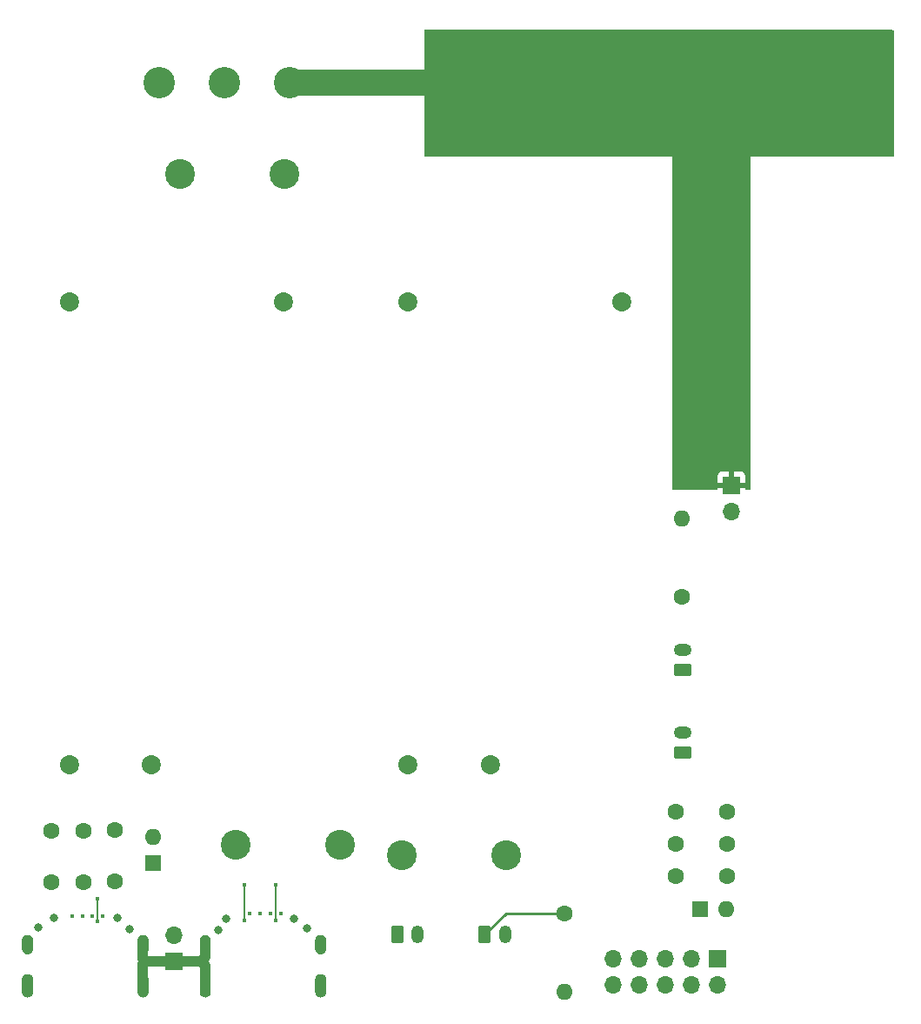
<source format=gbr>
%TF.GenerationSoftware,KiCad,Pcbnew,(6.0.4-0)*%
%TF.CreationDate,2023-02-13T16:26:13-08:00*%
%TF.ProjectId,v2a-power-board-4,7632612d-706f-4776-9572-2d626f617264,rev?*%
%TF.SameCoordinates,Original*%
%TF.FileFunction,Copper,L4,Bot*%
%TF.FilePolarity,Positive*%
%FSLAX46Y46*%
G04 Gerber Fmt 4.6, Leading zero omitted, Abs format (unit mm)*
G04 Created by KiCad (PCBNEW (6.0.4-0)) date 2023-02-13 16:26:13*
%MOMM*%
%LPD*%
G01*
G04 APERTURE LIST*
G04 Aperture macros list*
%AMRoundRect*
0 Rectangle with rounded corners*
0 $1 Rounding radius*
0 $2 $3 $4 $5 $6 $7 $8 $9 X,Y pos of 4 corners*
0 Add a 4 corners polygon primitive as box body*
4,1,4,$2,$3,$4,$5,$6,$7,$8,$9,$2,$3,0*
0 Add four circle primitives for the rounded corners*
1,1,$1+$1,$2,$3*
1,1,$1+$1,$4,$5*
1,1,$1+$1,$6,$7*
1,1,$1+$1,$8,$9*
0 Add four rect primitives between the rounded corners*
20,1,$1+$1,$2,$3,$4,$5,0*
20,1,$1+$1,$4,$5,$6,$7,0*
20,1,$1+$1,$6,$7,$8,$9,0*
20,1,$1+$1,$8,$9,$2,$3,0*%
G04 Aperture macros list end*
%TA.AperFunction,EtchedComponent*%
%ADD10C,0.010000*%
%TD*%
%TA.AperFunction,ComponentPad*%
%ADD11RoundRect,0.250000X-0.350000X-0.625000X0.350000X-0.625000X0.350000X0.625000X-0.350000X0.625000X0*%
%TD*%
%TA.AperFunction,ComponentPad*%
%ADD12O,1.200000X1.750000*%
%TD*%
%TA.AperFunction,ComponentPad*%
%ADD13O,1.000000X2.000000*%
%TD*%
%TA.AperFunction,ComponentPad*%
%ADD14O,0.900000X1.800000*%
%TD*%
%TA.AperFunction,ComponentPad*%
%ADD15R,1.700000X1.700000*%
%TD*%
%TA.AperFunction,ComponentPad*%
%ADD16O,1.700000X1.700000*%
%TD*%
%TA.AperFunction,ComponentPad*%
%ADD17R,1.600000X1.600000*%
%TD*%
%TA.AperFunction,ComponentPad*%
%ADD18O,1.600000X1.600000*%
%TD*%
%TA.AperFunction,ComponentPad*%
%ADD19C,2.900000*%
%TD*%
%TA.AperFunction,ComponentPad*%
%ADD20C,1.860000*%
%TD*%
%TA.AperFunction,ComponentPad*%
%ADD21C,3.048000*%
%TD*%
%TA.AperFunction,ComponentPad*%
%ADD22RoundRect,0.250000X0.625000X-0.350000X0.625000X0.350000X-0.625000X0.350000X-0.625000X-0.350000X0*%
%TD*%
%TA.AperFunction,ComponentPad*%
%ADD23O,1.750000X1.200000*%
%TD*%
%TA.AperFunction,ComponentPad*%
%ADD24C,9.000000*%
%TD*%
%TA.AperFunction,ComponentPad*%
%ADD25C,1.600000*%
%TD*%
%TA.AperFunction,ViaPad*%
%ADD26C,0.800000*%
%TD*%
%TA.AperFunction,ViaPad*%
%ADD27C,0.400000*%
%TD*%
%TA.AperFunction,Conductor*%
%ADD28C,0.250000*%
%TD*%
%TA.AperFunction,Conductor*%
%ADD29C,0.150000*%
%TD*%
%TA.AperFunction,Conductor*%
%ADD30C,2.540000*%
%TD*%
%TA.AperFunction,Conductor*%
%ADD31C,1.016000*%
%TD*%
G04 APERTURE END LIST*
%TO.C,J1*%
G36*
X88397000Y-123895500D02*
G01*
X88449000Y-123903500D01*
X88500000Y-123916500D01*
X88548000Y-123935500D01*
X88595000Y-123959500D01*
X88639000Y-123987500D01*
X88680000Y-124020500D01*
X88717000Y-124057500D01*
X88750000Y-124098500D01*
X88778000Y-124142500D01*
X88802000Y-124189500D01*
X88821000Y-124237500D01*
X88834000Y-124288500D01*
X88842000Y-124340500D01*
X88845000Y-124392500D01*
X88845000Y-125192500D01*
X88842000Y-125244500D01*
X88834000Y-125296500D01*
X88821000Y-125347500D01*
X88802000Y-125395500D01*
X88778000Y-125442500D01*
X88750000Y-125486500D01*
X88717000Y-125527500D01*
X88680000Y-125564500D01*
X88639000Y-125597500D01*
X88595000Y-125625500D01*
X88548000Y-125649500D01*
X88500000Y-125668500D01*
X88449000Y-125681500D01*
X88397000Y-125689500D01*
X88345000Y-125692500D01*
X88293000Y-125689500D01*
X88241000Y-125681500D01*
X88190000Y-125668500D01*
X88142000Y-125649500D01*
X88095000Y-125625500D01*
X88051000Y-125597500D01*
X88010000Y-125564500D01*
X87973000Y-125527500D01*
X87940000Y-125486500D01*
X87912000Y-125442500D01*
X87888000Y-125395500D01*
X87869000Y-125347500D01*
X87856000Y-125296500D01*
X87848000Y-125244500D01*
X87845000Y-125192500D01*
X87845000Y-124392500D01*
X87848000Y-124340500D01*
X87856000Y-124288500D01*
X87869000Y-124237500D01*
X87888000Y-124189500D01*
X87912000Y-124142500D01*
X87940000Y-124098500D01*
X87973000Y-124057500D01*
X88010000Y-124020500D01*
X88051000Y-123987500D01*
X88095000Y-123959500D01*
X88142000Y-123935500D01*
X88190000Y-123916500D01*
X88241000Y-123903500D01*
X88293000Y-123895500D01*
X88345000Y-123892500D01*
X88397000Y-123895500D01*
G37*
D10*
X88397000Y-123895500D02*
X88449000Y-123903500D01*
X88500000Y-123916500D01*
X88548000Y-123935500D01*
X88595000Y-123959500D01*
X88639000Y-123987500D01*
X88680000Y-124020500D01*
X88717000Y-124057500D01*
X88750000Y-124098500D01*
X88778000Y-124142500D01*
X88802000Y-124189500D01*
X88821000Y-124237500D01*
X88834000Y-124288500D01*
X88842000Y-124340500D01*
X88845000Y-124392500D01*
X88845000Y-125192500D01*
X88842000Y-125244500D01*
X88834000Y-125296500D01*
X88821000Y-125347500D01*
X88802000Y-125395500D01*
X88778000Y-125442500D01*
X88750000Y-125486500D01*
X88717000Y-125527500D01*
X88680000Y-125564500D01*
X88639000Y-125597500D01*
X88595000Y-125625500D01*
X88548000Y-125649500D01*
X88500000Y-125668500D01*
X88449000Y-125681500D01*
X88397000Y-125689500D01*
X88345000Y-125692500D01*
X88293000Y-125689500D01*
X88241000Y-125681500D01*
X88190000Y-125668500D01*
X88142000Y-125649500D01*
X88095000Y-125625500D01*
X88051000Y-125597500D01*
X88010000Y-125564500D01*
X87973000Y-125527500D01*
X87940000Y-125486500D01*
X87912000Y-125442500D01*
X87888000Y-125395500D01*
X87869000Y-125347500D01*
X87856000Y-125296500D01*
X87848000Y-125244500D01*
X87845000Y-125192500D01*
X87845000Y-124392500D01*
X87848000Y-124340500D01*
X87856000Y-124288500D01*
X87869000Y-124237500D01*
X87888000Y-124189500D01*
X87912000Y-124142500D01*
X87940000Y-124098500D01*
X87973000Y-124057500D01*
X88010000Y-124020500D01*
X88051000Y-123987500D01*
X88095000Y-123959500D01*
X88142000Y-123935500D01*
X88190000Y-123916500D01*
X88241000Y-123903500D01*
X88293000Y-123895500D01*
X88345000Y-123892500D01*
X88397000Y-123895500D01*
G36*
X77157000Y-127695500D02*
G01*
X77209000Y-127703500D01*
X77260000Y-127716500D01*
X77308000Y-127735500D01*
X77355000Y-127759500D01*
X77399000Y-127787500D01*
X77440000Y-127820500D01*
X77477000Y-127857500D01*
X77510000Y-127898500D01*
X77538000Y-127942500D01*
X77562000Y-127989500D01*
X77581000Y-128037500D01*
X77594000Y-128088500D01*
X77602000Y-128140500D01*
X77605000Y-128192500D01*
X77605000Y-129392500D01*
X77602000Y-129444500D01*
X77594000Y-129496500D01*
X77581000Y-129547500D01*
X77562000Y-129595500D01*
X77538000Y-129642500D01*
X77510000Y-129686500D01*
X77477000Y-129727500D01*
X77440000Y-129764500D01*
X77399000Y-129797500D01*
X77355000Y-129825500D01*
X77308000Y-129849500D01*
X77260000Y-129868500D01*
X77209000Y-129881500D01*
X77157000Y-129889500D01*
X77105000Y-129892500D01*
X77053000Y-129889500D01*
X77001000Y-129881500D01*
X76950000Y-129868500D01*
X76902000Y-129849500D01*
X76855000Y-129825500D01*
X76811000Y-129797500D01*
X76770000Y-129764500D01*
X76733000Y-129727500D01*
X76700000Y-129686500D01*
X76672000Y-129642500D01*
X76648000Y-129595500D01*
X76629000Y-129547500D01*
X76616000Y-129496500D01*
X76608000Y-129444500D01*
X76605000Y-129392500D01*
X76605000Y-128192500D01*
X76608000Y-128140500D01*
X76616000Y-128088500D01*
X76629000Y-128037500D01*
X76648000Y-127989500D01*
X76672000Y-127942500D01*
X76700000Y-127898500D01*
X76733000Y-127857500D01*
X76770000Y-127820500D01*
X76811000Y-127787500D01*
X76855000Y-127759500D01*
X76902000Y-127735500D01*
X76950000Y-127716500D01*
X77001000Y-127703500D01*
X77053000Y-127695500D01*
X77105000Y-127692500D01*
X77157000Y-127695500D01*
G37*
X77157000Y-127695500D02*
X77209000Y-127703500D01*
X77260000Y-127716500D01*
X77308000Y-127735500D01*
X77355000Y-127759500D01*
X77399000Y-127787500D01*
X77440000Y-127820500D01*
X77477000Y-127857500D01*
X77510000Y-127898500D01*
X77538000Y-127942500D01*
X77562000Y-127989500D01*
X77581000Y-128037500D01*
X77594000Y-128088500D01*
X77602000Y-128140500D01*
X77605000Y-128192500D01*
X77605000Y-129392500D01*
X77602000Y-129444500D01*
X77594000Y-129496500D01*
X77581000Y-129547500D01*
X77562000Y-129595500D01*
X77538000Y-129642500D01*
X77510000Y-129686500D01*
X77477000Y-129727500D01*
X77440000Y-129764500D01*
X77399000Y-129797500D01*
X77355000Y-129825500D01*
X77308000Y-129849500D01*
X77260000Y-129868500D01*
X77209000Y-129881500D01*
X77157000Y-129889500D01*
X77105000Y-129892500D01*
X77053000Y-129889500D01*
X77001000Y-129881500D01*
X76950000Y-129868500D01*
X76902000Y-129849500D01*
X76855000Y-129825500D01*
X76811000Y-129797500D01*
X76770000Y-129764500D01*
X76733000Y-129727500D01*
X76700000Y-129686500D01*
X76672000Y-129642500D01*
X76648000Y-129595500D01*
X76629000Y-129547500D01*
X76616000Y-129496500D01*
X76608000Y-129444500D01*
X76605000Y-129392500D01*
X76605000Y-128192500D01*
X76608000Y-128140500D01*
X76616000Y-128088500D01*
X76629000Y-128037500D01*
X76648000Y-127989500D01*
X76672000Y-127942500D01*
X76700000Y-127898500D01*
X76733000Y-127857500D01*
X76770000Y-127820500D01*
X76811000Y-127787500D01*
X76855000Y-127759500D01*
X76902000Y-127735500D01*
X76950000Y-127716500D01*
X77001000Y-127703500D01*
X77053000Y-127695500D01*
X77105000Y-127692500D01*
X77157000Y-127695500D01*
G36*
X88397000Y-127695500D02*
G01*
X88449000Y-127703500D01*
X88500000Y-127716500D01*
X88548000Y-127735500D01*
X88595000Y-127759500D01*
X88639000Y-127787500D01*
X88680000Y-127820500D01*
X88717000Y-127857500D01*
X88750000Y-127898500D01*
X88778000Y-127942500D01*
X88802000Y-127989500D01*
X88821000Y-128037500D01*
X88834000Y-128088500D01*
X88842000Y-128140500D01*
X88845000Y-128192500D01*
X88845000Y-129392500D01*
X88842000Y-129444500D01*
X88834000Y-129496500D01*
X88821000Y-129547500D01*
X88802000Y-129595500D01*
X88778000Y-129642500D01*
X88750000Y-129686500D01*
X88717000Y-129727500D01*
X88680000Y-129764500D01*
X88639000Y-129797500D01*
X88595000Y-129825500D01*
X88548000Y-129849500D01*
X88500000Y-129868500D01*
X88449000Y-129881500D01*
X88397000Y-129889500D01*
X88345000Y-129892500D01*
X88293000Y-129889500D01*
X88241000Y-129881500D01*
X88190000Y-129868500D01*
X88142000Y-129849500D01*
X88095000Y-129825500D01*
X88051000Y-129797500D01*
X88010000Y-129764500D01*
X87973000Y-129727500D01*
X87940000Y-129686500D01*
X87912000Y-129642500D01*
X87888000Y-129595500D01*
X87869000Y-129547500D01*
X87856000Y-129496500D01*
X87848000Y-129444500D01*
X87845000Y-129392500D01*
X87845000Y-128192500D01*
X87848000Y-128140500D01*
X87856000Y-128088500D01*
X87869000Y-128037500D01*
X87888000Y-127989500D01*
X87912000Y-127942500D01*
X87940000Y-127898500D01*
X87973000Y-127857500D01*
X88010000Y-127820500D01*
X88051000Y-127787500D01*
X88095000Y-127759500D01*
X88142000Y-127735500D01*
X88190000Y-127716500D01*
X88241000Y-127703500D01*
X88293000Y-127695500D01*
X88345000Y-127692500D01*
X88397000Y-127695500D01*
G37*
X88397000Y-127695500D02*
X88449000Y-127703500D01*
X88500000Y-127716500D01*
X88548000Y-127735500D01*
X88595000Y-127759500D01*
X88639000Y-127787500D01*
X88680000Y-127820500D01*
X88717000Y-127857500D01*
X88750000Y-127898500D01*
X88778000Y-127942500D01*
X88802000Y-127989500D01*
X88821000Y-128037500D01*
X88834000Y-128088500D01*
X88842000Y-128140500D01*
X88845000Y-128192500D01*
X88845000Y-129392500D01*
X88842000Y-129444500D01*
X88834000Y-129496500D01*
X88821000Y-129547500D01*
X88802000Y-129595500D01*
X88778000Y-129642500D01*
X88750000Y-129686500D01*
X88717000Y-129727500D01*
X88680000Y-129764500D01*
X88639000Y-129797500D01*
X88595000Y-129825500D01*
X88548000Y-129849500D01*
X88500000Y-129868500D01*
X88449000Y-129881500D01*
X88397000Y-129889500D01*
X88345000Y-129892500D01*
X88293000Y-129889500D01*
X88241000Y-129881500D01*
X88190000Y-129868500D01*
X88142000Y-129849500D01*
X88095000Y-129825500D01*
X88051000Y-129797500D01*
X88010000Y-129764500D01*
X87973000Y-129727500D01*
X87940000Y-129686500D01*
X87912000Y-129642500D01*
X87888000Y-129595500D01*
X87869000Y-129547500D01*
X87856000Y-129496500D01*
X87848000Y-129444500D01*
X87845000Y-129392500D01*
X87845000Y-128192500D01*
X87848000Y-128140500D01*
X87856000Y-128088500D01*
X87869000Y-128037500D01*
X87888000Y-127989500D01*
X87912000Y-127942500D01*
X87940000Y-127898500D01*
X87973000Y-127857500D01*
X88010000Y-127820500D01*
X88051000Y-127787500D01*
X88095000Y-127759500D01*
X88142000Y-127735500D01*
X88190000Y-127716500D01*
X88241000Y-127703500D01*
X88293000Y-127695500D01*
X88345000Y-127692500D01*
X88397000Y-127695500D01*
G36*
X77157000Y-123895500D02*
G01*
X77209000Y-123903500D01*
X77260000Y-123916500D01*
X77308000Y-123935500D01*
X77355000Y-123959500D01*
X77399000Y-123987500D01*
X77440000Y-124020500D01*
X77477000Y-124057500D01*
X77510000Y-124098500D01*
X77538000Y-124142500D01*
X77562000Y-124189500D01*
X77581000Y-124237500D01*
X77594000Y-124288500D01*
X77602000Y-124340500D01*
X77605000Y-124392500D01*
X77605000Y-125192500D01*
X77602000Y-125244500D01*
X77594000Y-125296500D01*
X77581000Y-125347500D01*
X77562000Y-125395500D01*
X77538000Y-125442500D01*
X77510000Y-125486500D01*
X77477000Y-125527500D01*
X77440000Y-125564500D01*
X77399000Y-125597500D01*
X77355000Y-125625500D01*
X77308000Y-125649500D01*
X77260000Y-125668500D01*
X77209000Y-125681500D01*
X77157000Y-125689500D01*
X77105000Y-125692500D01*
X77053000Y-125689500D01*
X77001000Y-125681500D01*
X76950000Y-125668500D01*
X76902000Y-125649500D01*
X76855000Y-125625500D01*
X76811000Y-125597500D01*
X76770000Y-125564500D01*
X76733000Y-125527500D01*
X76700000Y-125486500D01*
X76672000Y-125442500D01*
X76648000Y-125395500D01*
X76629000Y-125347500D01*
X76616000Y-125296500D01*
X76608000Y-125244500D01*
X76605000Y-125192500D01*
X76605000Y-124392500D01*
X76608000Y-124340500D01*
X76616000Y-124288500D01*
X76629000Y-124237500D01*
X76648000Y-124189500D01*
X76672000Y-124142500D01*
X76700000Y-124098500D01*
X76733000Y-124057500D01*
X76770000Y-124020500D01*
X76811000Y-123987500D01*
X76855000Y-123959500D01*
X76902000Y-123935500D01*
X76950000Y-123916500D01*
X77001000Y-123903500D01*
X77053000Y-123895500D01*
X77105000Y-123892500D01*
X77157000Y-123895500D01*
G37*
X77157000Y-123895500D02*
X77209000Y-123903500D01*
X77260000Y-123916500D01*
X77308000Y-123935500D01*
X77355000Y-123959500D01*
X77399000Y-123987500D01*
X77440000Y-124020500D01*
X77477000Y-124057500D01*
X77510000Y-124098500D01*
X77538000Y-124142500D01*
X77562000Y-124189500D01*
X77581000Y-124237500D01*
X77594000Y-124288500D01*
X77602000Y-124340500D01*
X77605000Y-124392500D01*
X77605000Y-125192500D01*
X77602000Y-125244500D01*
X77594000Y-125296500D01*
X77581000Y-125347500D01*
X77562000Y-125395500D01*
X77538000Y-125442500D01*
X77510000Y-125486500D01*
X77477000Y-125527500D01*
X77440000Y-125564500D01*
X77399000Y-125597500D01*
X77355000Y-125625500D01*
X77308000Y-125649500D01*
X77260000Y-125668500D01*
X77209000Y-125681500D01*
X77157000Y-125689500D01*
X77105000Y-125692500D01*
X77053000Y-125689500D01*
X77001000Y-125681500D01*
X76950000Y-125668500D01*
X76902000Y-125649500D01*
X76855000Y-125625500D01*
X76811000Y-125597500D01*
X76770000Y-125564500D01*
X76733000Y-125527500D01*
X76700000Y-125486500D01*
X76672000Y-125442500D01*
X76648000Y-125395500D01*
X76629000Y-125347500D01*
X76616000Y-125296500D01*
X76608000Y-125244500D01*
X76605000Y-125192500D01*
X76605000Y-124392500D01*
X76608000Y-124340500D01*
X76616000Y-124288500D01*
X76629000Y-124237500D01*
X76648000Y-124189500D01*
X76672000Y-124142500D01*
X76700000Y-124098500D01*
X76733000Y-124057500D01*
X76770000Y-124020500D01*
X76811000Y-123987500D01*
X76855000Y-123959500D01*
X76902000Y-123935500D01*
X76950000Y-123916500D01*
X77001000Y-123903500D01*
X77053000Y-123895500D01*
X77105000Y-123892500D01*
X77157000Y-123895500D01*
%TO.C,J2*%
G36*
X94457000Y-123895500D02*
G01*
X94509000Y-123903500D01*
X94560000Y-123916500D01*
X94608000Y-123935500D01*
X94655000Y-123959500D01*
X94699000Y-123987500D01*
X94740000Y-124020500D01*
X94777000Y-124057500D01*
X94810000Y-124098500D01*
X94838000Y-124142500D01*
X94862000Y-124189500D01*
X94881000Y-124237500D01*
X94894000Y-124288500D01*
X94902000Y-124340500D01*
X94905000Y-124392500D01*
X94905000Y-125192500D01*
X94902000Y-125244500D01*
X94894000Y-125296500D01*
X94881000Y-125347500D01*
X94862000Y-125395500D01*
X94838000Y-125442500D01*
X94810000Y-125486500D01*
X94777000Y-125527500D01*
X94740000Y-125564500D01*
X94699000Y-125597500D01*
X94655000Y-125625500D01*
X94608000Y-125649500D01*
X94560000Y-125668500D01*
X94509000Y-125681500D01*
X94457000Y-125689500D01*
X94405000Y-125692500D01*
X94353000Y-125689500D01*
X94301000Y-125681500D01*
X94250000Y-125668500D01*
X94202000Y-125649500D01*
X94155000Y-125625500D01*
X94111000Y-125597500D01*
X94070000Y-125564500D01*
X94033000Y-125527500D01*
X94000000Y-125486500D01*
X93972000Y-125442500D01*
X93948000Y-125395500D01*
X93929000Y-125347500D01*
X93916000Y-125296500D01*
X93908000Y-125244500D01*
X93905000Y-125192500D01*
X93905000Y-124392500D01*
X93908000Y-124340500D01*
X93916000Y-124288500D01*
X93929000Y-124237500D01*
X93948000Y-124189500D01*
X93972000Y-124142500D01*
X94000000Y-124098500D01*
X94033000Y-124057500D01*
X94070000Y-124020500D01*
X94111000Y-123987500D01*
X94155000Y-123959500D01*
X94202000Y-123935500D01*
X94250000Y-123916500D01*
X94301000Y-123903500D01*
X94353000Y-123895500D01*
X94405000Y-123892500D01*
X94457000Y-123895500D01*
G37*
X94457000Y-123895500D02*
X94509000Y-123903500D01*
X94560000Y-123916500D01*
X94608000Y-123935500D01*
X94655000Y-123959500D01*
X94699000Y-123987500D01*
X94740000Y-124020500D01*
X94777000Y-124057500D01*
X94810000Y-124098500D01*
X94838000Y-124142500D01*
X94862000Y-124189500D01*
X94881000Y-124237500D01*
X94894000Y-124288500D01*
X94902000Y-124340500D01*
X94905000Y-124392500D01*
X94905000Y-125192500D01*
X94902000Y-125244500D01*
X94894000Y-125296500D01*
X94881000Y-125347500D01*
X94862000Y-125395500D01*
X94838000Y-125442500D01*
X94810000Y-125486500D01*
X94777000Y-125527500D01*
X94740000Y-125564500D01*
X94699000Y-125597500D01*
X94655000Y-125625500D01*
X94608000Y-125649500D01*
X94560000Y-125668500D01*
X94509000Y-125681500D01*
X94457000Y-125689500D01*
X94405000Y-125692500D01*
X94353000Y-125689500D01*
X94301000Y-125681500D01*
X94250000Y-125668500D01*
X94202000Y-125649500D01*
X94155000Y-125625500D01*
X94111000Y-125597500D01*
X94070000Y-125564500D01*
X94033000Y-125527500D01*
X94000000Y-125486500D01*
X93972000Y-125442500D01*
X93948000Y-125395500D01*
X93929000Y-125347500D01*
X93916000Y-125296500D01*
X93908000Y-125244500D01*
X93905000Y-125192500D01*
X93905000Y-124392500D01*
X93908000Y-124340500D01*
X93916000Y-124288500D01*
X93929000Y-124237500D01*
X93948000Y-124189500D01*
X93972000Y-124142500D01*
X94000000Y-124098500D01*
X94033000Y-124057500D01*
X94070000Y-124020500D01*
X94111000Y-123987500D01*
X94155000Y-123959500D01*
X94202000Y-123935500D01*
X94250000Y-123916500D01*
X94301000Y-123903500D01*
X94353000Y-123895500D01*
X94405000Y-123892500D01*
X94457000Y-123895500D01*
G36*
X105697000Y-123895500D02*
G01*
X105749000Y-123903500D01*
X105800000Y-123916500D01*
X105848000Y-123935500D01*
X105895000Y-123959500D01*
X105939000Y-123987500D01*
X105980000Y-124020500D01*
X106017000Y-124057500D01*
X106050000Y-124098500D01*
X106078000Y-124142500D01*
X106102000Y-124189500D01*
X106121000Y-124237500D01*
X106134000Y-124288500D01*
X106142000Y-124340500D01*
X106145000Y-124392500D01*
X106145000Y-125192500D01*
X106142000Y-125244500D01*
X106134000Y-125296500D01*
X106121000Y-125347500D01*
X106102000Y-125395500D01*
X106078000Y-125442500D01*
X106050000Y-125486500D01*
X106017000Y-125527500D01*
X105980000Y-125564500D01*
X105939000Y-125597500D01*
X105895000Y-125625500D01*
X105848000Y-125649500D01*
X105800000Y-125668500D01*
X105749000Y-125681500D01*
X105697000Y-125689500D01*
X105645000Y-125692500D01*
X105593000Y-125689500D01*
X105541000Y-125681500D01*
X105490000Y-125668500D01*
X105442000Y-125649500D01*
X105395000Y-125625500D01*
X105351000Y-125597500D01*
X105310000Y-125564500D01*
X105273000Y-125527500D01*
X105240000Y-125486500D01*
X105212000Y-125442500D01*
X105188000Y-125395500D01*
X105169000Y-125347500D01*
X105156000Y-125296500D01*
X105148000Y-125244500D01*
X105145000Y-125192500D01*
X105145000Y-124392500D01*
X105148000Y-124340500D01*
X105156000Y-124288500D01*
X105169000Y-124237500D01*
X105188000Y-124189500D01*
X105212000Y-124142500D01*
X105240000Y-124098500D01*
X105273000Y-124057500D01*
X105310000Y-124020500D01*
X105351000Y-123987500D01*
X105395000Y-123959500D01*
X105442000Y-123935500D01*
X105490000Y-123916500D01*
X105541000Y-123903500D01*
X105593000Y-123895500D01*
X105645000Y-123892500D01*
X105697000Y-123895500D01*
G37*
X105697000Y-123895500D02*
X105749000Y-123903500D01*
X105800000Y-123916500D01*
X105848000Y-123935500D01*
X105895000Y-123959500D01*
X105939000Y-123987500D01*
X105980000Y-124020500D01*
X106017000Y-124057500D01*
X106050000Y-124098500D01*
X106078000Y-124142500D01*
X106102000Y-124189500D01*
X106121000Y-124237500D01*
X106134000Y-124288500D01*
X106142000Y-124340500D01*
X106145000Y-124392500D01*
X106145000Y-125192500D01*
X106142000Y-125244500D01*
X106134000Y-125296500D01*
X106121000Y-125347500D01*
X106102000Y-125395500D01*
X106078000Y-125442500D01*
X106050000Y-125486500D01*
X106017000Y-125527500D01*
X105980000Y-125564500D01*
X105939000Y-125597500D01*
X105895000Y-125625500D01*
X105848000Y-125649500D01*
X105800000Y-125668500D01*
X105749000Y-125681500D01*
X105697000Y-125689500D01*
X105645000Y-125692500D01*
X105593000Y-125689500D01*
X105541000Y-125681500D01*
X105490000Y-125668500D01*
X105442000Y-125649500D01*
X105395000Y-125625500D01*
X105351000Y-125597500D01*
X105310000Y-125564500D01*
X105273000Y-125527500D01*
X105240000Y-125486500D01*
X105212000Y-125442500D01*
X105188000Y-125395500D01*
X105169000Y-125347500D01*
X105156000Y-125296500D01*
X105148000Y-125244500D01*
X105145000Y-125192500D01*
X105145000Y-124392500D01*
X105148000Y-124340500D01*
X105156000Y-124288500D01*
X105169000Y-124237500D01*
X105188000Y-124189500D01*
X105212000Y-124142500D01*
X105240000Y-124098500D01*
X105273000Y-124057500D01*
X105310000Y-124020500D01*
X105351000Y-123987500D01*
X105395000Y-123959500D01*
X105442000Y-123935500D01*
X105490000Y-123916500D01*
X105541000Y-123903500D01*
X105593000Y-123895500D01*
X105645000Y-123892500D01*
X105697000Y-123895500D01*
G36*
X94457000Y-127695500D02*
G01*
X94509000Y-127703500D01*
X94560000Y-127716500D01*
X94608000Y-127735500D01*
X94655000Y-127759500D01*
X94699000Y-127787500D01*
X94740000Y-127820500D01*
X94777000Y-127857500D01*
X94810000Y-127898500D01*
X94838000Y-127942500D01*
X94862000Y-127989500D01*
X94881000Y-128037500D01*
X94894000Y-128088500D01*
X94902000Y-128140500D01*
X94905000Y-128192500D01*
X94905000Y-129392500D01*
X94902000Y-129444500D01*
X94894000Y-129496500D01*
X94881000Y-129547500D01*
X94862000Y-129595500D01*
X94838000Y-129642500D01*
X94810000Y-129686500D01*
X94777000Y-129727500D01*
X94740000Y-129764500D01*
X94699000Y-129797500D01*
X94655000Y-129825500D01*
X94608000Y-129849500D01*
X94560000Y-129868500D01*
X94509000Y-129881500D01*
X94457000Y-129889500D01*
X94405000Y-129892500D01*
X94353000Y-129889500D01*
X94301000Y-129881500D01*
X94250000Y-129868500D01*
X94202000Y-129849500D01*
X94155000Y-129825500D01*
X94111000Y-129797500D01*
X94070000Y-129764500D01*
X94033000Y-129727500D01*
X94000000Y-129686500D01*
X93972000Y-129642500D01*
X93948000Y-129595500D01*
X93929000Y-129547500D01*
X93916000Y-129496500D01*
X93908000Y-129444500D01*
X93905000Y-129392500D01*
X93905000Y-128192500D01*
X93908000Y-128140500D01*
X93916000Y-128088500D01*
X93929000Y-128037500D01*
X93948000Y-127989500D01*
X93972000Y-127942500D01*
X94000000Y-127898500D01*
X94033000Y-127857500D01*
X94070000Y-127820500D01*
X94111000Y-127787500D01*
X94155000Y-127759500D01*
X94202000Y-127735500D01*
X94250000Y-127716500D01*
X94301000Y-127703500D01*
X94353000Y-127695500D01*
X94405000Y-127692500D01*
X94457000Y-127695500D01*
G37*
X94457000Y-127695500D02*
X94509000Y-127703500D01*
X94560000Y-127716500D01*
X94608000Y-127735500D01*
X94655000Y-127759500D01*
X94699000Y-127787500D01*
X94740000Y-127820500D01*
X94777000Y-127857500D01*
X94810000Y-127898500D01*
X94838000Y-127942500D01*
X94862000Y-127989500D01*
X94881000Y-128037500D01*
X94894000Y-128088500D01*
X94902000Y-128140500D01*
X94905000Y-128192500D01*
X94905000Y-129392500D01*
X94902000Y-129444500D01*
X94894000Y-129496500D01*
X94881000Y-129547500D01*
X94862000Y-129595500D01*
X94838000Y-129642500D01*
X94810000Y-129686500D01*
X94777000Y-129727500D01*
X94740000Y-129764500D01*
X94699000Y-129797500D01*
X94655000Y-129825500D01*
X94608000Y-129849500D01*
X94560000Y-129868500D01*
X94509000Y-129881500D01*
X94457000Y-129889500D01*
X94405000Y-129892500D01*
X94353000Y-129889500D01*
X94301000Y-129881500D01*
X94250000Y-129868500D01*
X94202000Y-129849500D01*
X94155000Y-129825500D01*
X94111000Y-129797500D01*
X94070000Y-129764500D01*
X94033000Y-129727500D01*
X94000000Y-129686500D01*
X93972000Y-129642500D01*
X93948000Y-129595500D01*
X93929000Y-129547500D01*
X93916000Y-129496500D01*
X93908000Y-129444500D01*
X93905000Y-129392500D01*
X93905000Y-128192500D01*
X93908000Y-128140500D01*
X93916000Y-128088500D01*
X93929000Y-128037500D01*
X93948000Y-127989500D01*
X93972000Y-127942500D01*
X94000000Y-127898500D01*
X94033000Y-127857500D01*
X94070000Y-127820500D01*
X94111000Y-127787500D01*
X94155000Y-127759500D01*
X94202000Y-127735500D01*
X94250000Y-127716500D01*
X94301000Y-127703500D01*
X94353000Y-127695500D01*
X94405000Y-127692500D01*
X94457000Y-127695500D01*
G36*
X105697000Y-127695500D02*
G01*
X105749000Y-127703500D01*
X105800000Y-127716500D01*
X105848000Y-127735500D01*
X105895000Y-127759500D01*
X105939000Y-127787500D01*
X105980000Y-127820500D01*
X106017000Y-127857500D01*
X106050000Y-127898500D01*
X106078000Y-127942500D01*
X106102000Y-127989500D01*
X106121000Y-128037500D01*
X106134000Y-128088500D01*
X106142000Y-128140500D01*
X106145000Y-128192500D01*
X106145000Y-129392500D01*
X106142000Y-129444500D01*
X106134000Y-129496500D01*
X106121000Y-129547500D01*
X106102000Y-129595500D01*
X106078000Y-129642500D01*
X106050000Y-129686500D01*
X106017000Y-129727500D01*
X105980000Y-129764500D01*
X105939000Y-129797500D01*
X105895000Y-129825500D01*
X105848000Y-129849500D01*
X105800000Y-129868500D01*
X105749000Y-129881500D01*
X105697000Y-129889500D01*
X105645000Y-129892500D01*
X105593000Y-129889500D01*
X105541000Y-129881500D01*
X105490000Y-129868500D01*
X105442000Y-129849500D01*
X105395000Y-129825500D01*
X105351000Y-129797500D01*
X105310000Y-129764500D01*
X105273000Y-129727500D01*
X105240000Y-129686500D01*
X105212000Y-129642500D01*
X105188000Y-129595500D01*
X105169000Y-129547500D01*
X105156000Y-129496500D01*
X105148000Y-129444500D01*
X105145000Y-129392500D01*
X105145000Y-128192500D01*
X105148000Y-128140500D01*
X105156000Y-128088500D01*
X105169000Y-128037500D01*
X105188000Y-127989500D01*
X105212000Y-127942500D01*
X105240000Y-127898500D01*
X105273000Y-127857500D01*
X105310000Y-127820500D01*
X105351000Y-127787500D01*
X105395000Y-127759500D01*
X105442000Y-127735500D01*
X105490000Y-127716500D01*
X105541000Y-127703500D01*
X105593000Y-127695500D01*
X105645000Y-127692500D01*
X105697000Y-127695500D01*
G37*
X105697000Y-127695500D02*
X105749000Y-127703500D01*
X105800000Y-127716500D01*
X105848000Y-127735500D01*
X105895000Y-127759500D01*
X105939000Y-127787500D01*
X105980000Y-127820500D01*
X106017000Y-127857500D01*
X106050000Y-127898500D01*
X106078000Y-127942500D01*
X106102000Y-127989500D01*
X106121000Y-128037500D01*
X106134000Y-128088500D01*
X106142000Y-128140500D01*
X106145000Y-128192500D01*
X106145000Y-129392500D01*
X106142000Y-129444500D01*
X106134000Y-129496500D01*
X106121000Y-129547500D01*
X106102000Y-129595500D01*
X106078000Y-129642500D01*
X106050000Y-129686500D01*
X106017000Y-129727500D01*
X105980000Y-129764500D01*
X105939000Y-129797500D01*
X105895000Y-129825500D01*
X105848000Y-129849500D01*
X105800000Y-129868500D01*
X105749000Y-129881500D01*
X105697000Y-129889500D01*
X105645000Y-129892500D01*
X105593000Y-129889500D01*
X105541000Y-129881500D01*
X105490000Y-129868500D01*
X105442000Y-129849500D01*
X105395000Y-129825500D01*
X105351000Y-129797500D01*
X105310000Y-129764500D01*
X105273000Y-129727500D01*
X105240000Y-129686500D01*
X105212000Y-129642500D01*
X105188000Y-129595500D01*
X105169000Y-129547500D01*
X105156000Y-129496500D01*
X105148000Y-129444500D01*
X105145000Y-129392500D01*
X105145000Y-128192500D01*
X105148000Y-128140500D01*
X105156000Y-128088500D01*
X105169000Y-128037500D01*
X105188000Y-127989500D01*
X105212000Y-127942500D01*
X105240000Y-127898500D01*
X105273000Y-127857500D01*
X105310000Y-127820500D01*
X105351000Y-127787500D01*
X105395000Y-127759500D01*
X105442000Y-127735500D01*
X105490000Y-127716500D01*
X105541000Y-127703500D01*
X105593000Y-127695500D01*
X105645000Y-127692500D01*
X105697000Y-127695500D01*
%TD*%
D11*
%TO.P,D2,1,K*%
%TO.N,Net-(D2-Pad1)*%
X121650000Y-123850000D03*
D12*
%TO.P,D2,2,A*%
%TO.N,Teensy_Power*%
X123650000Y-123850000D03*
%TD*%
D13*
%TO.P,J1,S1,SHIELD*%
%TO.N,usb_shield*%
X77105000Y-128792500D03*
%TO.P,J1,S2,SHIELD*%
X88345000Y-128792500D03*
D14*
%TO.P,J1,S3,SHIELD*%
X77105000Y-124792500D03*
%TO.P,J1,S4,SHIELD*%
X88345000Y-124792500D03*
%TD*%
D15*
%TO.P,JP2,1,1*%
%TO.N,usb_shield*%
X91375000Y-126475000D03*
D16*
%TO.P,JP2,2,2*%
%TO.N,RPi_Gnd*%
X91375000Y-123935000D03*
%TD*%
D13*
%TO.P,J2,S1,SHIELD*%
%TO.N,usb_shield*%
X94405000Y-128792500D03*
%TO.P,J2,S2,SHIELD*%
X105645000Y-128792500D03*
D14*
%TO.P,J2,S3,SHIELD*%
X94405000Y-124792500D03*
%TO.P,J2,S4,SHIELD*%
X105645000Y-124792500D03*
%TD*%
D15*
%TO.P,JP1,1,1*%
%TO.N,ac_chassis*%
X145675000Y-80125000D03*
D16*
%TO.P,JP1,2,2*%
%TO.N,RPi_Gnd*%
X145675000Y-82665000D03*
%TD*%
D17*
%TO.P,D3,1,K*%
%TO.N,Teensy_Power*%
X89375000Y-116906815D03*
D18*
%TO.P,D3,2,A*%
%TO.N,RPi_Gnd*%
X89375000Y-114366815D03*
%TD*%
D19*
%TO.P,F2,1*%
%TO.N,Net-(F2-Pad1)*%
X113620000Y-116167500D03*
%TO.P,F2,2*%
%TO.N,Net-(F2-Pad2)*%
X123780000Y-116167500D03*
%TD*%
D20*
%TO.P,PS2,1,AC/L*%
%TO.N,ac_pos*%
X134975000Y-62300000D03*
%TO.P,PS2,2,AC/N*%
%TO.N,ac_neg*%
X114175000Y-62300000D03*
%TO.P,PS2,3,-Vo*%
%TO.N,RPi_Gnd*%
X114175000Y-107300000D03*
%TO.P,PS2,4,+Vo*%
%TO.N,Net-(F2-Pad1)*%
X122175000Y-107300000D03*
%TD*%
D11*
%TO.P,SW1,1,A*%
%TO.N,Teensy_Power*%
X113125000Y-123850000D03*
D12*
%TO.P,SW1,2,B*%
%TO.N,Net-(F1-Pad2)*%
X115125000Y-123850000D03*
%TD*%
D21*
%TO.P,PJ1,1,Pin_1*%
%TO.N,ac_neg*%
X89925000Y-40925000D03*
%TO.P,PJ1,2,Pin_2*%
%TO.N,Net-(F3-Pad1)*%
X96275000Y-40925000D03*
%TO.P,PJ1,3,Pin_3*%
%TO.N,ac_chassis*%
X102625000Y-40925000D03*
%TD*%
D22*
%TO.P,SW2,1,A*%
%TO.N,RPi_Power*%
X140950000Y-98125000D03*
D23*
%TO.P,SW2,2,B*%
%TO.N,Net-(F2-Pad2)*%
X140950000Y-96125000D03*
%TD*%
D15*
%TO.P,J3,1,Pin_1*%
%TO.N,unconnected-(J3-Pad1)*%
X144300000Y-126250000D03*
D16*
%TO.P,J3,2,Pin_2*%
%TO.N,RPi_Power*%
X144300000Y-128790000D03*
%TO.P,J3,3,Pin_3*%
%TO.N,/rpi_sda*%
X141760000Y-126250000D03*
%TO.P,J3,4,Pin_4*%
%TO.N,RPi_Power*%
X141760000Y-128790000D03*
%TO.P,J3,5,Pin_5*%
%TO.N,/rpi_scl*%
X139220000Y-126250000D03*
%TO.P,J3,6,Pin_6*%
%TO.N,RPi_Gnd*%
X139220000Y-128790000D03*
%TO.P,J3,7,Pin_7*%
%TO.N,unconnected-(J3-Pad7)*%
X136680000Y-126250000D03*
%TO.P,J3,8,Pin_8*%
%TO.N,unconnected-(J3-Pad8)*%
X136680000Y-128790000D03*
%TO.P,J3,9,Pin_9*%
%TO.N,RPi_Gnd*%
X134140000Y-126250000D03*
%TO.P,J3,10,Pin_10*%
%TO.N,unconnected-(J3-Pad10)*%
X134140000Y-128790000D03*
%TD*%
D24*
%TO.P,H1,1,1*%
%TO.N,ac_chassis*%
X156350005Y-41799993D03*
%TD*%
D22*
%TO.P,D1,1,K*%
%TO.N,Net-(D1-Pad1)*%
X140950000Y-106175000D03*
D23*
%TO.P,D1,2,A*%
%TO.N,RPi_Power*%
X140950000Y-104175000D03*
%TD*%
D20*
%TO.P,PS1,1,AC/L*%
%TO.N,ac_pos*%
X102025000Y-62300000D03*
%TO.P,PS1,2,AC/N*%
%TO.N,ac_neg*%
X81225000Y-62300000D03*
%TO.P,PS1,3,-Vo*%
%TO.N,RPi_Gnd*%
X81225000Y-107300000D03*
%TO.P,PS1,4,+Vo*%
%TO.N,Net-(F1-Pad1)*%
X89225000Y-107300000D03*
%TD*%
D19*
%TO.P,F1,1*%
%TO.N,Net-(F1-Pad1)*%
X97395000Y-115150000D03*
%TO.P,F1,2*%
%TO.N,Net-(F1-Pad2)*%
X107555000Y-115150000D03*
%TD*%
D17*
%TO.P,D4,1,K*%
%TO.N,RPi_Power*%
X142610686Y-121400000D03*
D18*
%TO.P,D4,2,A*%
%TO.N,RPi_Gnd*%
X145150686Y-121400000D03*
%TD*%
D19*
%TO.P,F3,1*%
%TO.N,Net-(F3-Pad1)*%
X91995000Y-49800000D03*
%TO.P,F3,2*%
%TO.N,ac_pos*%
X102155000Y-49800000D03*
%TD*%
D25*
%TO.P,C1,1*%
%TO.N,RPi_Gnd*%
X85675000Y-113700000D03*
%TO.P,C1,2*%
%TO.N,Teensy_Power*%
X85675000Y-118700000D03*
%TD*%
%TO.P,R2,1*%
%TO.N,Net-(D2-Pad1)*%
X129425000Y-121765000D03*
D18*
%TO.P,R2,2*%
%TO.N,RPi_Gnd*%
X129425000Y-129385000D03*
%TD*%
D25*
%TO.P,C6,1*%
%TO.N,RPi_Gnd*%
X145225000Y-111925000D03*
%TO.P,C6,2*%
%TO.N,RPi_Power*%
X140225000Y-111925000D03*
%TD*%
%TO.P,C2,1*%
%TO.N,RPi_Gnd*%
X145225000Y-118175000D03*
%TO.P,C2,2*%
%TO.N,RPi_Power*%
X140225000Y-118175000D03*
%TD*%
%TO.P,R1,1*%
%TO.N,Net-(D1-Pad1)*%
X140875000Y-91000000D03*
D18*
%TO.P,R1,2*%
%TO.N,RPi_Gnd*%
X140875000Y-83380000D03*
%TD*%
D25*
%TO.P,C4,1*%
%TO.N,RPi_Gnd*%
X145225000Y-115050000D03*
%TO.P,C4,2*%
%TO.N,RPi_Power*%
X140225000Y-115050000D03*
%TD*%
%TO.P,C5,1*%
%TO.N,RPi_Gnd*%
X79425000Y-113725000D03*
%TO.P,C5,2*%
%TO.N,Teensy_Power*%
X79425000Y-118725000D03*
%TD*%
%TO.P,C3,1*%
%TO.N,RPi_Gnd*%
X82550000Y-113725000D03*
%TO.P,C3,2*%
%TO.N,Teensy_Power*%
X82550000Y-118725000D03*
%TD*%
D26*
%TO.N,Teensy_Power*%
X96450000Y-122275000D03*
X85875000Y-122249980D03*
X79725000Y-122250000D03*
X103100000Y-122275000D03*
D27*
%TO.N,/rpi_sda*%
X83975000Y-122600000D03*
X98250000Y-119050000D03*
X101275000Y-122475000D03*
X101275000Y-119050000D03*
X98275000Y-122475000D03*
X83950000Y-120375000D03*
%TO.N,RPi_Gnd*%
X84475000Y-122100000D03*
D26*
X87100000Y-123325000D03*
D27*
X99775000Y-121800000D03*
D26*
X104350000Y-123275000D03*
X78175002Y-123174989D03*
D27*
X98775000Y-121800000D03*
D26*
X95725000Y-123400000D03*
D27*
X101775000Y-121800000D03*
X100775000Y-121800000D03*
X83475000Y-122100000D03*
X82475000Y-122100000D03*
X81475000Y-122100000D03*
%TD*%
D28*
%TO.N,Net-(D2-Pad1)*%
X121650000Y-123850000D02*
X123735000Y-121765000D01*
X123735000Y-121765000D02*
X129425000Y-121765000D01*
D29*
%TO.N,/rpi_sda*%
X98275000Y-119075000D02*
X98250000Y-119050000D01*
X101275000Y-122475000D02*
X101275000Y-119050000D01*
X98275000Y-122475000D02*
X98275000Y-119075000D01*
D28*
X83975000Y-120400000D02*
X83950000Y-120375000D01*
D29*
X83975000Y-122600000D02*
X83950000Y-122575000D01*
X83950000Y-122575000D02*
X83950000Y-120375000D01*
D30*
%TO.N,ac_chassis*%
X116775000Y-40925000D02*
X116900000Y-40800000D01*
X102625000Y-40925000D02*
X116775000Y-40925000D01*
D31*
%TO.N,usb_shield*%
X94405000Y-124792500D02*
X94405000Y-126070000D01*
X88345000Y-128792500D02*
X88345000Y-126755000D01*
X94000000Y-126475000D02*
X91375000Y-126475000D01*
X94405000Y-126880000D02*
X94000000Y-126475000D01*
X94405000Y-126070000D02*
X94000000Y-126475000D01*
X88345000Y-126245000D02*
X88600000Y-126500000D01*
X94405000Y-128792500D02*
X94405000Y-126880000D01*
X88345000Y-126755000D02*
X88625000Y-126475000D01*
X88625000Y-126475000D02*
X91375000Y-126475000D01*
X88600000Y-126500000D02*
X88625000Y-126475000D01*
X88345000Y-124792500D02*
X88345000Y-126245000D01*
%TD*%
%TA.AperFunction,Conductor*%
%TO.N,ac_chassis*%
G36*
X161442121Y-35826502D02*
G01*
X161488614Y-35880158D01*
X161500000Y-35932500D01*
X161500000Y-47999000D01*
X161479998Y-48067121D01*
X161426342Y-48113614D01*
X161374000Y-48125000D01*
X115876000Y-48125000D01*
X115807879Y-48104998D01*
X115761386Y-48051342D01*
X115750000Y-47999000D01*
X115750000Y-35932500D01*
X115770002Y-35864379D01*
X115823658Y-35817886D01*
X115876000Y-35806500D01*
X161374000Y-35806500D01*
X161442121Y-35826502D01*
G37*
%TD.AperFunction*%
%TD*%
%TA.AperFunction,Conductor*%
%TO.N,ac_chassis*%
G36*
X147500000Y-80474000D02*
G01*
X147479998Y-80542121D01*
X147426342Y-80588614D01*
X147374000Y-80600000D01*
X147159000Y-80600000D01*
X147090879Y-80579998D01*
X147044386Y-80526342D01*
X147033000Y-80474000D01*
X147033000Y-80397115D01*
X147028525Y-80381876D01*
X147027135Y-80380671D01*
X147019452Y-80379000D01*
X144335116Y-80379000D01*
X144319877Y-80383475D01*
X144318672Y-80384865D01*
X144317001Y-80392548D01*
X144317001Y-80474000D01*
X144296999Y-80542121D01*
X144243343Y-80588614D01*
X144191001Y-80600000D01*
X140026000Y-80600000D01*
X139957879Y-80579998D01*
X139911386Y-80526342D01*
X139900000Y-80474000D01*
X139900000Y-79852885D01*
X144317000Y-79852885D01*
X144321475Y-79868124D01*
X144322865Y-79869329D01*
X144330548Y-79871000D01*
X145402885Y-79871000D01*
X145418124Y-79866525D01*
X145419329Y-79865135D01*
X145421000Y-79857452D01*
X145421000Y-79852885D01*
X145929000Y-79852885D01*
X145933475Y-79868124D01*
X145934865Y-79869329D01*
X145942548Y-79871000D01*
X147014884Y-79871000D01*
X147030123Y-79866525D01*
X147031328Y-79865135D01*
X147032999Y-79857452D01*
X147032999Y-79230331D01*
X147032629Y-79223510D01*
X147027105Y-79172648D01*
X147023479Y-79157396D01*
X146978324Y-79036946D01*
X146969786Y-79021351D01*
X146893285Y-78919276D01*
X146880724Y-78906715D01*
X146778649Y-78830214D01*
X146763054Y-78821676D01*
X146642606Y-78776522D01*
X146627351Y-78772895D01*
X146576486Y-78767369D01*
X146569672Y-78767000D01*
X145947115Y-78767000D01*
X145931876Y-78771475D01*
X145930671Y-78772865D01*
X145929000Y-78780548D01*
X145929000Y-79852885D01*
X145421000Y-79852885D01*
X145421000Y-78785116D01*
X145416525Y-78769877D01*
X145415135Y-78768672D01*
X145407452Y-78767001D01*
X144780331Y-78767001D01*
X144773510Y-78767371D01*
X144722648Y-78772895D01*
X144707396Y-78776521D01*
X144586946Y-78821676D01*
X144571351Y-78830214D01*
X144469276Y-78906715D01*
X144456715Y-78919276D01*
X144380214Y-79021351D01*
X144371676Y-79036946D01*
X144326522Y-79157394D01*
X144322895Y-79172649D01*
X144317369Y-79223514D01*
X144317000Y-79230328D01*
X144317000Y-79852885D01*
X139900000Y-79852885D01*
X139900000Y-47175000D01*
X147500000Y-47175000D01*
X147500000Y-80474000D01*
G37*
%TD.AperFunction*%
%TD*%
M02*

</source>
